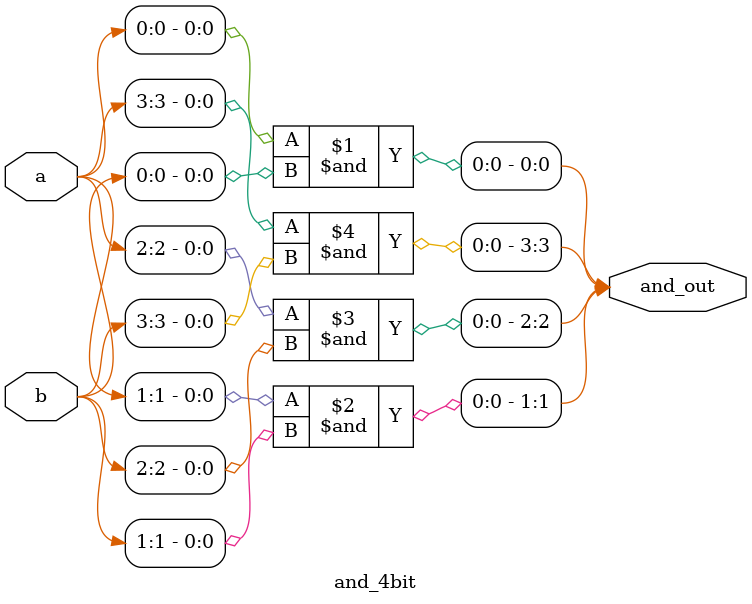
<source format=v>
module and_4bit (output [3:0] and_out, input [3:0] a, input [3:0] b);//and operation occurs for 4-bits numbers
	and and0 (and_out[0], a[0], b[0]);
	and and1 (and_out[1], a[1], b[1]);
	and and2 (and_out[2], a[2], b[2]);
	and and3 (and_out[3], a[3], b[3]);

endmodule

</source>
